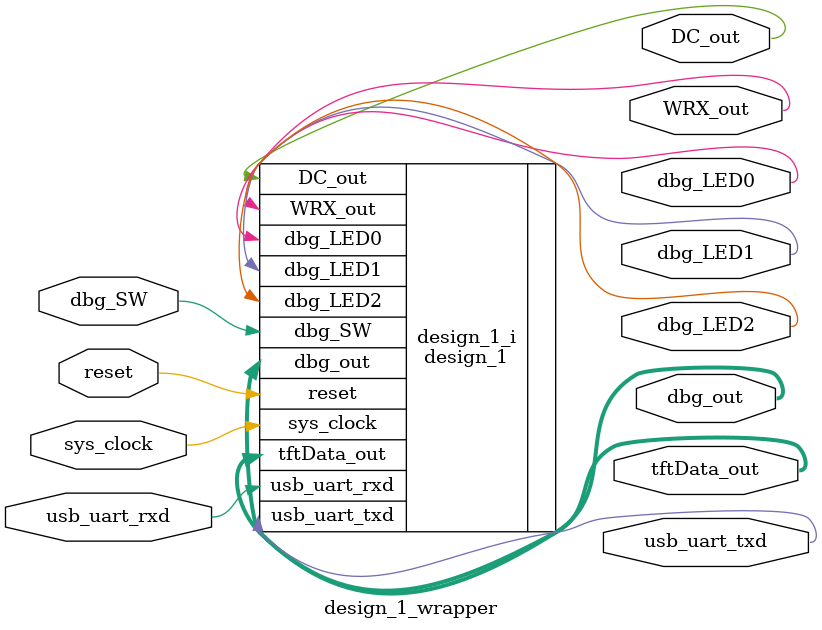
<source format=v>
`timescale 1 ps / 1 ps

module design_1_wrapper
   (DC_out,
    WRX_out,
    dbg_LED0,
    dbg_LED1,
    dbg_LED2,
    dbg_SW,
    dbg_out,
    reset,
    sys_clock,
    tftData_out,
    usb_uart_rxd,
    usb_uart_txd);
  output DC_out;
  output WRX_out;
  output dbg_LED0;
  output dbg_LED1;
  output dbg_LED2;
  input dbg_SW;
  output [3:0]dbg_out;
  input reset;
  input sys_clock;
  output [7:0]tftData_out;
  input usb_uart_rxd;
  output usb_uart_txd;

  wire DC_out;
  wire WRX_out;
  wire dbg_LED0;
  wire dbg_LED1;
  wire dbg_LED2;
  wire dbg_SW;
  wire [3:0]dbg_out;
  wire reset;
  wire sys_clock;
  wire [7:0]tftData_out;
  wire usb_uart_rxd;
  wire usb_uart_txd;

  design_1 design_1_i
       (.DC_out(DC_out),
        .WRX_out(WRX_out),
        .dbg_LED0(dbg_LED0),
        .dbg_LED1(dbg_LED1),
        .dbg_LED2(dbg_LED2),
        .dbg_SW(dbg_SW),
        .dbg_out(dbg_out),
        .reset(reset),
        .sys_clock(sys_clock),
        .tftData_out(tftData_out),
        .usb_uart_rxd(usb_uart_rxd),
        .usb_uart_txd(usb_uart_txd));
endmodule

</source>
